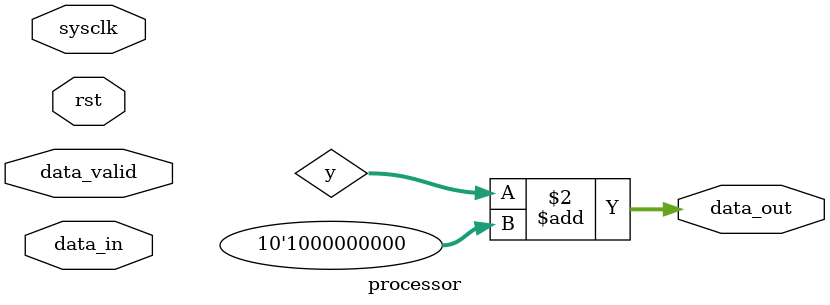
<source format=sv>
module processor (
	input  logic		sysclk,			// system clock
	input  logic [9:0]	data_in,		// 10-bit input data
	input  logic		data_valid,	// asserted when sample data is ready for processing
	input  logic		rst,
	output logic [9:0] 	data_out		// 10-bit output data
);

	logic [9:0]			x,y;
	logic				enable;
	logic				fifo_state;
	logic				full_sig;
	logic	[9:0]		q_sig;
	

	parameter 		ADC_OFFSET = 10'd512;
	parameter 		DAC_OFFSET = 10'd512;

	assign x = data_in[9:0] - ADC_OFFSET;		// x is input in 2's complement
	
	// This part should include your own processing hardware 
	// ... that takes x to produce y

	

	
	pulse_gen  PULSE (.clk(sysclk), .rst(1'b0), .in(data_valid), .pulse(enable) );

//	assign y = x[9:0] - ({q_sig[9], q_sig[9:1]}); multiple
//assign y = x[9:0] + ({q_sig[9], q_sig[9:1]}); single delay
	
//		fifo	fifo_inst (
//	.clock ( sysclk ),
//	.data ( x[9:0] ), //use y[9:0] for multiple
//	.rdreq ( fifo_state & enable ),
//	.wrreq ( enable ),
//	.full ( full_sig ),
//	.q ( q_sig )
//	);
//	
//	fifo_fsm fsm_inst (
//		.clk (sysclk),
//		.rst (rst),
//		.in (full_sig),
//		.fifo_state (fifo_state)
//		);
	



	assign data_out =  y + DAC_OFFSET;
			
	
		
endmodule





</source>
